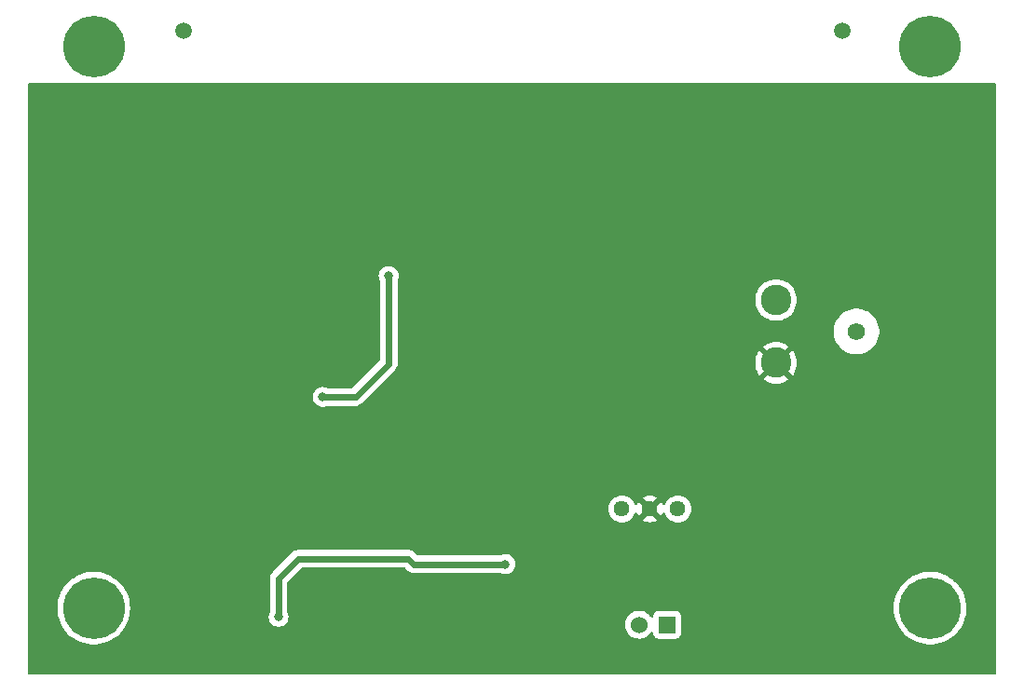
<source format=gbr>
%TF.GenerationSoftware,KiCad,Pcbnew,8.0.2*%
%TF.CreationDate,2024-06-17T10:46:11+02:00*%
%TF.ProjectId,Indicator_voltage,496e6469-6361-4746-9f72-5f766f6c7461,rev?*%
%TF.SameCoordinates,Original*%
%TF.FileFunction,Copper,L2,Bot*%
%TF.FilePolarity,Positive*%
%FSLAX46Y46*%
G04 Gerber Fmt 4.6, Leading zero omitted, Abs format (unit mm)*
G04 Created by KiCad (PCBNEW 8.0.2) date 2024-06-17 10:46:11*
%MOMM*%
%LPD*%
G01*
G04 APERTURE LIST*
%TA.AperFunction,ComponentPad*%
%ADD10C,5.600000*%
%TD*%
%TA.AperFunction,ComponentPad*%
%ADD11C,2.775000*%
%TD*%
%TA.AperFunction,ComponentPad*%
%ADD12C,1.575000*%
%TD*%
%TA.AperFunction,ComponentPad*%
%ADD13R,1.530000X1.530000*%
%TD*%
%TA.AperFunction,ComponentPad*%
%ADD14C,1.530000*%
%TD*%
%TA.AperFunction,ComponentPad*%
%ADD15C,1.440000*%
%TD*%
%TA.AperFunction,ComponentPad*%
%ADD16C,1.515000*%
%TD*%
%TA.AperFunction,ViaPad*%
%ADD17C,0.800000*%
%TD*%
%TA.AperFunction,Conductor*%
%ADD18C,0.600000*%
%TD*%
G04 APERTURE END LIST*
D10*
%TO.P,,1*%
%TO.N,N/C*%
X118000000Y-103000000D03*
%TD*%
D11*
%TO.P,J1,1,1*%
%TO.N,Net-(F1-Pad1)*%
X104000000Y-75000000D03*
%TO.P,J1,2,2*%
%TO.N,0*%
X104000000Y-80700000D03*
D12*
%TO.P,J1,MH1*%
%TO.N,N/C*%
X111300000Y-77850000D03*
%TD*%
D13*
%TO.P,J7,1,1*%
%TO.N,+12V*%
X94100000Y-104500000D03*
D14*
%TO.P,J7,2,2*%
%TO.N,LED-*%
X91560000Y-104500000D03*
%TD*%
D15*
%TO.P,U1,1,+VIN*%
%TO.N,+12V*%
X95078500Y-93976000D03*
%TO.P,U1,2,GND*%
%TO.N,0*%
X92538500Y-93976000D03*
%TO.P,U1,3,+VOUT*%
%TO.N,+5V*%
X89998500Y-93976000D03*
%TD*%
D10*
%TO.P,,1*%
%TO.N,N/C*%
X42000000Y-52000000D03*
%TD*%
%TO.P,,1*%
%TO.N,N/C*%
X42000000Y-103000000D03*
%TD*%
D16*
%TO.P,F1,1,1*%
%TO.N,Net-(F1-Pad1)*%
X110000000Y-50500000D03*
%TO.P,F1,2,2*%
%TO.N,HV+*%
X50160000Y-50500000D03*
%TD*%
D10*
%TO.P,,1*%
%TO.N,N/C*%
X118000000Y-52000000D03*
%TD*%
D17*
%TO.N,Net-(IC1-EN{slash}UVLO)*%
X68800000Y-72800000D03*
X62800000Y-83800000D03*
%TO.N,+5V*%
X79400000Y-99000000D03*
X58800000Y-103800000D03*
%TD*%
D18*
%TO.N,Net-(IC1-EN{slash}UVLO)*%
X68800000Y-80800000D02*
X65800000Y-83800000D01*
X65800000Y-83800000D02*
X62800000Y-83800000D01*
X68800000Y-72800000D02*
X68800000Y-80800000D01*
%TO.N,+5V*%
X58800000Y-103800000D02*
X58800000Y-100300000D01*
X60600000Y-98500000D02*
X70600000Y-98500000D01*
X58800000Y-100300000D02*
X60600000Y-98500000D01*
X70600000Y-98500000D02*
X71100000Y-99000000D01*
X71100000Y-99000000D02*
X79400000Y-99000000D01*
%TD*%
%TA.AperFunction,Conductor*%
%TO.N,0*%
G36*
X41817695Y-55300431D02*
G01*
X41817702Y-55300318D01*
X41821047Y-55300499D01*
X41821052Y-55300500D01*
X41821057Y-55300500D01*
X42178943Y-55300500D01*
X42178948Y-55300500D01*
X42178952Y-55300499D01*
X42182298Y-55300318D01*
X42182304Y-55300431D01*
X42190267Y-55300000D01*
X117809733Y-55300000D01*
X117817695Y-55300431D01*
X117817702Y-55300318D01*
X117821047Y-55300499D01*
X117821052Y-55300500D01*
X117821057Y-55300500D01*
X118178943Y-55300500D01*
X118178948Y-55300500D01*
X118178952Y-55300499D01*
X118182298Y-55300318D01*
X118182304Y-55300431D01*
X118190267Y-55300000D01*
X123876000Y-55300000D01*
X123943039Y-55319685D01*
X123988794Y-55372489D01*
X124000000Y-55424000D01*
X124000000Y-108876000D01*
X123980315Y-108943039D01*
X123927511Y-108988794D01*
X123876000Y-109000000D01*
X36124000Y-109000000D01*
X36056961Y-108980315D01*
X36011206Y-108927511D01*
X36000000Y-108876000D01*
X36000000Y-103000000D01*
X38694652Y-103000000D01*
X38710440Y-103291202D01*
X38714028Y-103357368D01*
X38714029Y-103357385D01*
X38771926Y-103710539D01*
X38771932Y-103710565D01*
X38867672Y-104055392D01*
X38867674Y-104055399D01*
X39000142Y-104387870D01*
X39000151Y-104387888D01*
X39167784Y-104704077D01*
X39167787Y-104704082D01*
X39167789Y-104704085D01*
X39178980Y-104720591D01*
X39368634Y-105000309D01*
X39368641Y-105000319D01*
X39600331Y-105273085D01*
X39600332Y-105273086D01*
X39860163Y-105519211D01*
X40145081Y-105735800D01*
X40451747Y-105920315D01*
X40451749Y-105920316D01*
X40451751Y-105920317D01*
X40451755Y-105920319D01*
X40776552Y-106070585D01*
X40776565Y-106070591D01*
X41115726Y-106184868D01*
X41465254Y-106261805D01*
X41821052Y-106300500D01*
X41821058Y-106300500D01*
X42178942Y-106300500D01*
X42178948Y-106300500D01*
X42534746Y-106261805D01*
X42884274Y-106184868D01*
X43223435Y-106070591D01*
X43548253Y-105920315D01*
X43854919Y-105735800D01*
X44139837Y-105519211D01*
X44399668Y-105273086D01*
X44631365Y-105000311D01*
X44832211Y-104704085D01*
X44999853Y-104387880D01*
X45132324Y-104055403D01*
X45203236Y-103800000D01*
X57894540Y-103800000D01*
X57914326Y-103988256D01*
X57914327Y-103988259D01*
X57972818Y-104168277D01*
X57972821Y-104168284D01*
X58067467Y-104332216D01*
X58194129Y-104472888D01*
X58347265Y-104584148D01*
X58347270Y-104584151D01*
X58520192Y-104661142D01*
X58520197Y-104661144D01*
X58705354Y-104700500D01*
X58705355Y-104700500D01*
X58894644Y-104700500D01*
X58894646Y-104700500D01*
X59079803Y-104661144D01*
X59252730Y-104584151D01*
X59368557Y-104499998D01*
X90289666Y-104499998D01*
X90289666Y-104500001D01*
X90308964Y-104720585D01*
X90308965Y-104720592D01*
X90366275Y-104934475D01*
X90366279Y-104934486D01*
X90459856Y-105135163D01*
X90459858Y-105135167D01*
X90586868Y-105316555D01*
X90743445Y-105473132D01*
X90924833Y-105600142D01*
X91045572Y-105656443D01*
X91125513Y-105693720D01*
X91125515Y-105693720D01*
X91125520Y-105693723D01*
X91339409Y-105751035D01*
X91496974Y-105764820D01*
X91559998Y-105770334D01*
X91560000Y-105770334D01*
X91560002Y-105770334D01*
X91615276Y-105765498D01*
X91780591Y-105751035D01*
X91994480Y-105693723D01*
X92195167Y-105600142D01*
X92376555Y-105473132D01*
X92533132Y-105316555D01*
X92608928Y-105208307D01*
X92663501Y-105164685D01*
X92733000Y-105157491D01*
X92795355Y-105189013D01*
X92830769Y-105249243D01*
X92834500Y-105279430D01*
X92834500Y-105312868D01*
X92834501Y-105312876D01*
X92840908Y-105372483D01*
X92891202Y-105507328D01*
X92891206Y-105507335D01*
X92977452Y-105622544D01*
X92977455Y-105622547D01*
X93092664Y-105708793D01*
X93092671Y-105708797D01*
X93227517Y-105759091D01*
X93227516Y-105759091D01*
X93234444Y-105759835D01*
X93287127Y-105765500D01*
X94912872Y-105765499D01*
X94972483Y-105759091D01*
X95107331Y-105708796D01*
X95222546Y-105622546D01*
X95308796Y-105507331D01*
X95359091Y-105372483D01*
X95365500Y-105312873D01*
X95365499Y-103687128D01*
X95359091Y-103627517D01*
X95321551Y-103526868D01*
X95308797Y-103492671D01*
X95308793Y-103492664D01*
X95222547Y-103377455D01*
X95222544Y-103377452D01*
X95107335Y-103291206D01*
X95107328Y-103291202D01*
X94972482Y-103240908D01*
X94972483Y-103240908D01*
X94912883Y-103234501D01*
X94912881Y-103234500D01*
X94912873Y-103234500D01*
X94912864Y-103234500D01*
X93287129Y-103234500D01*
X93287123Y-103234501D01*
X93227516Y-103240908D01*
X93092671Y-103291202D01*
X93092664Y-103291206D01*
X92977455Y-103377452D01*
X92977452Y-103377455D01*
X92891206Y-103492664D01*
X92891202Y-103492671D01*
X92840908Y-103627517D01*
X92834896Y-103683441D01*
X92834501Y-103687123D01*
X92834500Y-103687135D01*
X92834500Y-103720564D01*
X92814815Y-103787603D01*
X92762011Y-103833358D01*
X92692853Y-103843302D01*
X92629297Y-103814277D01*
X92608926Y-103791688D01*
X92533137Y-103683452D01*
X92533136Y-103683451D01*
X92533132Y-103683445D01*
X92376555Y-103526868D01*
X92195167Y-103399858D01*
X92164389Y-103385506D01*
X91994486Y-103306279D01*
X91994475Y-103306275D01*
X91780592Y-103248965D01*
X91780585Y-103248964D01*
X91560002Y-103229666D01*
X91559998Y-103229666D01*
X91339414Y-103248964D01*
X91339407Y-103248965D01*
X91125524Y-103306275D01*
X91125513Y-103306279D01*
X90924836Y-103399856D01*
X90924834Y-103399857D01*
X90743444Y-103526868D01*
X90586868Y-103683444D01*
X90459857Y-103864834D01*
X90459856Y-103864836D01*
X90366279Y-104065513D01*
X90366275Y-104065524D01*
X90308965Y-104279407D01*
X90308964Y-104279414D01*
X90289666Y-104499998D01*
X59368557Y-104499998D01*
X59405871Y-104472888D01*
X59532533Y-104332216D01*
X59627179Y-104168284D01*
X59685674Y-103988256D01*
X59705460Y-103800000D01*
X59685674Y-103611744D01*
X59627179Y-103431716D01*
X59627178Y-103431715D01*
X59627178Y-103431713D01*
X59617112Y-103414277D01*
X59600500Y-103352279D01*
X59600500Y-103000000D01*
X114694652Y-103000000D01*
X114710440Y-103291202D01*
X114714028Y-103357368D01*
X114714029Y-103357385D01*
X114771926Y-103710539D01*
X114771932Y-103710565D01*
X114867672Y-104055392D01*
X114867674Y-104055399D01*
X115000142Y-104387870D01*
X115000151Y-104387888D01*
X115167784Y-104704077D01*
X115167787Y-104704082D01*
X115167789Y-104704085D01*
X115178980Y-104720591D01*
X115368634Y-105000309D01*
X115368641Y-105000319D01*
X115600331Y-105273085D01*
X115600332Y-105273086D01*
X115860163Y-105519211D01*
X116145081Y-105735800D01*
X116451747Y-105920315D01*
X116451749Y-105920316D01*
X116451751Y-105920317D01*
X116451755Y-105920319D01*
X116776552Y-106070585D01*
X116776565Y-106070591D01*
X117115726Y-106184868D01*
X117465254Y-106261805D01*
X117821052Y-106300500D01*
X117821058Y-106300500D01*
X118178942Y-106300500D01*
X118178948Y-106300500D01*
X118534746Y-106261805D01*
X118884274Y-106184868D01*
X119223435Y-106070591D01*
X119548253Y-105920315D01*
X119854919Y-105735800D01*
X120139837Y-105519211D01*
X120399668Y-105273086D01*
X120631365Y-105000311D01*
X120832211Y-104704085D01*
X120999853Y-104387880D01*
X121132324Y-104055403D01*
X121228071Y-103710552D01*
X121245891Y-103601848D01*
X121285970Y-103357385D01*
X121285970Y-103357382D01*
X121285972Y-103357371D01*
X121305348Y-103000000D01*
X121285972Y-102642629D01*
X121228071Y-102289448D01*
X121132324Y-101944597D01*
X120999853Y-101612120D01*
X120832211Y-101295915D01*
X120631365Y-100999689D01*
X120631361Y-100999684D01*
X120631358Y-100999680D01*
X120399668Y-100726914D01*
X120282473Y-100615901D01*
X120139837Y-100480789D01*
X120139830Y-100480783D01*
X120139827Y-100480781D01*
X120072245Y-100429407D01*
X119854919Y-100264200D01*
X119548253Y-100079685D01*
X119548252Y-100079684D01*
X119548248Y-100079682D01*
X119548244Y-100079680D01*
X119223447Y-99929414D01*
X119223441Y-99929411D01*
X119223435Y-99929409D01*
X119053854Y-99872270D01*
X118884273Y-99815131D01*
X118534744Y-99738194D01*
X118178949Y-99699500D01*
X118178948Y-99699500D01*
X117821052Y-99699500D01*
X117821050Y-99699500D01*
X117465255Y-99738194D01*
X117115726Y-99815131D01*
X116862364Y-99900500D01*
X116776565Y-99929409D01*
X116776563Y-99929410D01*
X116776552Y-99929414D01*
X116451755Y-100079680D01*
X116451751Y-100079682D01*
X116223367Y-100217096D01*
X116145081Y-100264200D01*
X116056768Y-100331333D01*
X115860172Y-100480781D01*
X115860163Y-100480789D01*
X115600331Y-100726914D01*
X115368641Y-100999680D01*
X115368634Y-100999690D01*
X115167790Y-101295913D01*
X115167784Y-101295922D01*
X115000151Y-101612111D01*
X115000142Y-101612129D01*
X114867674Y-101944600D01*
X114867672Y-101944607D01*
X114771932Y-102289434D01*
X114771926Y-102289460D01*
X114714029Y-102642614D01*
X114714028Y-102642627D01*
X114714028Y-102642629D01*
X114694652Y-103000000D01*
X59600500Y-103000000D01*
X59600500Y-100682940D01*
X59620185Y-100615901D01*
X59636819Y-100595259D01*
X60895259Y-99336819D01*
X60956582Y-99303334D01*
X60982940Y-99300500D01*
X70217060Y-99300500D01*
X70284099Y-99320185D01*
X70304741Y-99336819D01*
X70589707Y-99621786D01*
X70589711Y-99621789D01*
X70720814Y-99709390D01*
X70720818Y-99709392D01*
X70720821Y-99709394D01*
X70866503Y-99769738D01*
X70966917Y-99789711D01*
X71021153Y-99800499D01*
X71021157Y-99800500D01*
X71021158Y-99800500D01*
X78957633Y-99800500D01*
X79008069Y-99811221D01*
X79120192Y-99861142D01*
X79120197Y-99861144D01*
X79305354Y-99900500D01*
X79305355Y-99900500D01*
X79494644Y-99900500D01*
X79494646Y-99900500D01*
X79679803Y-99861144D01*
X79852730Y-99784151D01*
X80005871Y-99672888D01*
X80132533Y-99532216D01*
X80227179Y-99368284D01*
X80285674Y-99188256D01*
X80305460Y-99000000D01*
X80285674Y-98811744D01*
X80227179Y-98631716D01*
X80132533Y-98467784D01*
X80005871Y-98327112D01*
X80005870Y-98327111D01*
X79852734Y-98215851D01*
X79852729Y-98215848D01*
X79679807Y-98138857D01*
X79679802Y-98138855D01*
X79534001Y-98107865D01*
X79494646Y-98099500D01*
X79305354Y-98099500D01*
X79272897Y-98106398D01*
X79120197Y-98138855D01*
X79120192Y-98138857D01*
X79008069Y-98188779D01*
X78957633Y-98199500D01*
X71482940Y-98199500D01*
X71415901Y-98179815D01*
X71395259Y-98163181D01*
X71110291Y-97878212D01*
X71110288Y-97878210D01*
X70979185Y-97790609D01*
X70979172Y-97790602D01*
X70833501Y-97730264D01*
X70833489Y-97730261D01*
X70678845Y-97699500D01*
X70678842Y-97699500D01*
X60678842Y-97699500D01*
X60521157Y-97699500D01*
X60521154Y-97699500D01*
X60366509Y-97730261D01*
X60366497Y-97730264D01*
X60323832Y-97747936D01*
X60323833Y-97747937D01*
X60220823Y-97790604D01*
X60220814Y-97790609D01*
X60089712Y-97878209D01*
X60089711Y-97878211D01*
X60089710Y-97878212D01*
X58289711Y-99678211D01*
X58258532Y-99709390D01*
X58178209Y-99789712D01*
X58090609Y-99920814D01*
X58090602Y-99920827D01*
X58030264Y-100066498D01*
X58030261Y-100066510D01*
X57999500Y-100221153D01*
X57999500Y-103352279D01*
X57982888Y-103414277D01*
X57972821Y-103431713D01*
X57914327Y-103611740D01*
X57914326Y-103611744D01*
X57894540Y-103800000D01*
X45203236Y-103800000D01*
X45228071Y-103710552D01*
X45245891Y-103601848D01*
X45285970Y-103357385D01*
X45285970Y-103357382D01*
X45285972Y-103357371D01*
X45305348Y-103000000D01*
X45285972Y-102642629D01*
X45228071Y-102289448D01*
X45132324Y-101944597D01*
X44999853Y-101612120D01*
X44832211Y-101295915D01*
X44631365Y-100999689D01*
X44631361Y-100999684D01*
X44631358Y-100999680D01*
X44399668Y-100726914D01*
X44282473Y-100615901D01*
X44139837Y-100480789D01*
X44139830Y-100480783D01*
X44139827Y-100480781D01*
X44072245Y-100429407D01*
X43854919Y-100264200D01*
X43548253Y-100079685D01*
X43548252Y-100079684D01*
X43548248Y-100079682D01*
X43548244Y-100079680D01*
X43223447Y-99929414D01*
X43223441Y-99929411D01*
X43223435Y-99929409D01*
X43053854Y-99872270D01*
X42884273Y-99815131D01*
X42534744Y-99738194D01*
X42178949Y-99699500D01*
X42178948Y-99699500D01*
X41821052Y-99699500D01*
X41821050Y-99699500D01*
X41465255Y-99738194D01*
X41115726Y-99815131D01*
X40862364Y-99900500D01*
X40776565Y-99929409D01*
X40776563Y-99929410D01*
X40776552Y-99929414D01*
X40451755Y-100079680D01*
X40451751Y-100079682D01*
X40223367Y-100217096D01*
X40145081Y-100264200D01*
X40056768Y-100331333D01*
X39860172Y-100480781D01*
X39860163Y-100480789D01*
X39600331Y-100726914D01*
X39368641Y-100999680D01*
X39368634Y-100999690D01*
X39167790Y-101295913D01*
X39167784Y-101295922D01*
X39000151Y-101612111D01*
X39000142Y-101612129D01*
X38867674Y-101944600D01*
X38867672Y-101944607D01*
X38771932Y-102289434D01*
X38771926Y-102289460D01*
X38714029Y-102642614D01*
X38714028Y-102642627D01*
X38714028Y-102642629D01*
X38694652Y-103000000D01*
X36000000Y-103000000D01*
X36000000Y-93975998D01*
X88773338Y-93975998D01*
X88773338Y-93976001D01*
X88791950Y-94188741D01*
X88791952Y-94188752D01*
X88847221Y-94395022D01*
X88847223Y-94395026D01*
X88847224Y-94395030D01*
X88870992Y-94446000D01*
X88937477Y-94588578D01*
X89059972Y-94763521D01*
X89210978Y-94914527D01*
X89210981Y-94914529D01*
X89385919Y-95037021D01*
X89385921Y-95037022D01*
X89385920Y-95037022D01*
X89450436Y-95067106D01*
X89579470Y-95127276D01*
X89785753Y-95182549D01*
X89937715Y-95195844D01*
X89998498Y-95201162D01*
X89998500Y-95201162D01*
X89998502Y-95201162D01*
X90051686Y-95196508D01*
X90211247Y-95182549D01*
X90417530Y-95127276D01*
X90611081Y-95037021D01*
X90786019Y-94914529D01*
X90937029Y-94763519D01*
X91059521Y-94588581D01*
X91149776Y-94395030D01*
X91149780Y-94395013D01*
X91151630Y-94389936D01*
X91153481Y-94390609D01*
X91185347Y-94338328D01*
X91248194Y-94307797D01*
X91317569Y-94316091D01*
X91371448Y-94360575D01*
X91384930Y-94390095D01*
X91385842Y-94389764D01*
X91387697Y-94394859D01*
X91477913Y-94588329D01*
X91516915Y-94644030D01*
X92080031Y-94080914D01*
X92100529Y-94157413D01*
X92162406Y-94264587D01*
X92249913Y-94352094D01*
X92357087Y-94413971D01*
X92433584Y-94434468D01*
X91870468Y-94997584D01*
X91926163Y-95036582D01*
X91926169Y-95036586D01*
X92119640Y-95126802D01*
X92119646Y-95126805D01*
X92325837Y-95182054D01*
X92325845Y-95182055D01*
X92538498Y-95200660D01*
X92538502Y-95200660D01*
X92751154Y-95182055D01*
X92751162Y-95182054D01*
X92957353Y-95126805D01*
X92957364Y-95126801D01*
X93150825Y-95036589D01*
X93206530Y-94997583D01*
X92643415Y-94434467D01*
X92719913Y-94413971D01*
X92827087Y-94352094D01*
X92914594Y-94264587D01*
X92976471Y-94157413D01*
X92996968Y-94080915D01*
X93560083Y-94644029D01*
X93599089Y-94588325D01*
X93689301Y-94394864D01*
X93691158Y-94389764D01*
X93693067Y-94390458D01*
X93724791Y-94338362D01*
X93787625Y-94307806D01*
X93857004Y-94316071D01*
X93910901Y-94360533D01*
X93924489Y-94390256D01*
X93925370Y-94389936D01*
X93927222Y-94395022D01*
X93927224Y-94395030D01*
X93950992Y-94446000D01*
X94017477Y-94588578D01*
X94139972Y-94763521D01*
X94290978Y-94914527D01*
X94290981Y-94914529D01*
X94465919Y-95037021D01*
X94465921Y-95037022D01*
X94465920Y-95037022D01*
X94530436Y-95067106D01*
X94659470Y-95127276D01*
X94865753Y-95182549D01*
X95017715Y-95195844D01*
X95078498Y-95201162D01*
X95078500Y-95201162D01*
X95078502Y-95201162D01*
X95131686Y-95196508D01*
X95291247Y-95182549D01*
X95497530Y-95127276D01*
X95691081Y-95037021D01*
X95866019Y-94914529D01*
X96017029Y-94763519D01*
X96139521Y-94588581D01*
X96229776Y-94395030D01*
X96285049Y-94188747D01*
X96303662Y-93976000D01*
X96285049Y-93763253D01*
X96231002Y-93561545D01*
X96229778Y-93556977D01*
X96229777Y-93556976D01*
X96229776Y-93556970D01*
X96139521Y-93363419D01*
X96017029Y-93188481D01*
X96017027Y-93188478D01*
X95866021Y-93037472D01*
X95691078Y-92914977D01*
X95691079Y-92914977D01*
X95562047Y-92854809D01*
X95497530Y-92824724D01*
X95497526Y-92824723D01*
X95497522Y-92824721D01*
X95291252Y-92769452D01*
X95291248Y-92769451D01*
X95291247Y-92769451D01*
X95291246Y-92769450D01*
X95291241Y-92769450D01*
X95078502Y-92750838D01*
X95078498Y-92750838D01*
X94865758Y-92769450D01*
X94865747Y-92769452D01*
X94659477Y-92824721D01*
X94659468Y-92824725D01*
X94465921Y-92914977D01*
X94290978Y-93037472D01*
X94139972Y-93188478D01*
X94017477Y-93363421D01*
X93927225Y-93556968D01*
X93925370Y-93562064D01*
X93923531Y-93561394D01*
X93891604Y-93613715D01*
X93828742Y-93644212D01*
X93759370Y-93635883D01*
X93705515Y-93591371D01*
X93692071Y-93561903D01*
X93691158Y-93562236D01*
X93689302Y-93557140D01*
X93599086Y-93363669D01*
X93599082Y-93363663D01*
X93560084Y-93307968D01*
X92996968Y-93871084D01*
X92976471Y-93794587D01*
X92914594Y-93687413D01*
X92827087Y-93599906D01*
X92719913Y-93538029D01*
X92643414Y-93517531D01*
X93206530Y-92954415D01*
X93150829Y-92915413D01*
X92957359Y-92825197D01*
X92957353Y-92825194D01*
X92751162Y-92769945D01*
X92751154Y-92769944D01*
X92538502Y-92751340D01*
X92538498Y-92751340D01*
X92325845Y-92769944D01*
X92325837Y-92769945D01*
X92119646Y-92825194D01*
X92119640Y-92825197D01*
X91926171Y-92915412D01*
X91926169Y-92915413D01*
X91870469Y-92954415D01*
X91870468Y-92954415D01*
X92433585Y-93517531D01*
X92357087Y-93538029D01*
X92249913Y-93599906D01*
X92162406Y-93687413D01*
X92100529Y-93794587D01*
X92080031Y-93871084D01*
X91516915Y-93307968D01*
X91516915Y-93307969D01*
X91477913Y-93363669D01*
X91477912Y-93363671D01*
X91387697Y-93557140D01*
X91385842Y-93562236D01*
X91383945Y-93561545D01*
X91352156Y-93613684D01*
X91289305Y-93644205D01*
X91219931Y-93635901D01*
X91166059Y-93591408D01*
X91152512Y-93561742D01*
X91151630Y-93562064D01*
X91149779Y-93556983D01*
X91149776Y-93556970D01*
X91059521Y-93363419D01*
X90937029Y-93188481D01*
X90937027Y-93188478D01*
X90786021Y-93037472D01*
X90611078Y-92914977D01*
X90611079Y-92914977D01*
X90482047Y-92854809D01*
X90417530Y-92824724D01*
X90417526Y-92824723D01*
X90417522Y-92824721D01*
X90211252Y-92769452D01*
X90211248Y-92769451D01*
X90211247Y-92769451D01*
X90211246Y-92769450D01*
X90211241Y-92769450D01*
X89998502Y-92750838D01*
X89998498Y-92750838D01*
X89785758Y-92769450D01*
X89785747Y-92769452D01*
X89579477Y-92824721D01*
X89579468Y-92824725D01*
X89385921Y-92914977D01*
X89210978Y-93037472D01*
X89059972Y-93188478D01*
X88937477Y-93363421D01*
X88847225Y-93556968D01*
X88847221Y-93556977D01*
X88791952Y-93763247D01*
X88791950Y-93763258D01*
X88773338Y-93975998D01*
X36000000Y-93975998D01*
X36000000Y-83800000D01*
X61894540Y-83800000D01*
X61914326Y-83988256D01*
X61914327Y-83988259D01*
X61972818Y-84168277D01*
X61972821Y-84168284D01*
X62067467Y-84332216D01*
X62148119Y-84421789D01*
X62194129Y-84472888D01*
X62347265Y-84584148D01*
X62347270Y-84584151D01*
X62520192Y-84661142D01*
X62520197Y-84661144D01*
X62705354Y-84700500D01*
X62705355Y-84700500D01*
X62894644Y-84700500D01*
X62894646Y-84700500D01*
X63079803Y-84661144D01*
X63191931Y-84611221D01*
X63242367Y-84600500D01*
X65878844Y-84600500D01*
X65878845Y-84600499D01*
X66033497Y-84569737D01*
X66179179Y-84509394D01*
X66310289Y-84421789D01*
X69421789Y-81310289D01*
X69509394Y-81179179D01*
X69569738Y-81033497D01*
X69600500Y-80878842D01*
X69600500Y-80721157D01*
X69600500Y-80699998D01*
X102107679Y-80699998D01*
X102107679Y-80700001D01*
X102126940Y-80969310D01*
X102184329Y-81233123D01*
X102278684Y-81486100D01*
X102278686Y-81486104D01*
X102408074Y-81723060D01*
X102408079Y-81723068D01*
X102500250Y-81846195D01*
X102500251Y-81846195D01*
X103191498Y-81154948D01*
X103281505Y-81289653D01*
X103410347Y-81418495D01*
X103545050Y-81508501D01*
X102853803Y-82199747D01*
X102853804Y-82199748D01*
X102976931Y-82291920D01*
X102976939Y-82291925D01*
X103213895Y-82421313D01*
X103213899Y-82421315D01*
X103466876Y-82515670D01*
X103730689Y-82573059D01*
X103999999Y-82592321D01*
X104000001Y-82592321D01*
X104269310Y-82573059D01*
X104533123Y-82515670D01*
X104786100Y-82421315D01*
X104786104Y-82421313D01*
X105023060Y-82291925D01*
X105023061Y-82291924D01*
X105146195Y-82199747D01*
X104454948Y-81508501D01*
X104589653Y-81418495D01*
X104718495Y-81289653D01*
X104808501Y-81154949D01*
X105499747Y-81846195D01*
X105591924Y-81723061D01*
X105591925Y-81723060D01*
X105721313Y-81486104D01*
X105721315Y-81486100D01*
X105815670Y-81233123D01*
X105873059Y-80969310D01*
X105892321Y-80700001D01*
X105892321Y-80699998D01*
X105873059Y-80430689D01*
X105815670Y-80166876D01*
X105721315Y-79913899D01*
X105721313Y-79913895D01*
X105591925Y-79676939D01*
X105591920Y-79676931D01*
X105499748Y-79553804D01*
X105499747Y-79553803D01*
X104808501Y-80245050D01*
X104718495Y-80110347D01*
X104589653Y-79981505D01*
X104454948Y-79891498D01*
X105146195Y-79200251D01*
X105146195Y-79200250D01*
X105023068Y-79108079D01*
X105023060Y-79108074D01*
X104786104Y-78978686D01*
X104786100Y-78978684D01*
X104533123Y-78884329D01*
X104269310Y-78826940D01*
X104000001Y-78807679D01*
X103999999Y-78807679D01*
X103730689Y-78826940D01*
X103466876Y-78884329D01*
X103213899Y-78978684D01*
X103213895Y-78978686D01*
X102976939Y-79108074D01*
X102976931Y-79108079D01*
X102853803Y-79200250D01*
X103545051Y-79891498D01*
X103410347Y-79981505D01*
X103281505Y-80110347D01*
X103191498Y-80245050D01*
X102500250Y-79553803D01*
X102408079Y-79676931D01*
X102408074Y-79676939D01*
X102278686Y-79913895D01*
X102278684Y-79913899D01*
X102184329Y-80166876D01*
X102126940Y-80430689D01*
X102107679Y-80699998D01*
X69600500Y-80699998D01*
X69600500Y-77713957D01*
X109224500Y-77713957D01*
X109224500Y-77986042D01*
X109252121Y-78195835D01*
X109260013Y-78255779D01*
X109295221Y-78387179D01*
X109330430Y-78518581D01*
X109434544Y-78769933D01*
X109434548Y-78769942D01*
X109467456Y-78826940D01*
X109570582Y-79005560D01*
X109570585Y-79005564D01*
X109570589Y-79005570D01*
X109736209Y-79221408D01*
X109736217Y-79221417D01*
X109928583Y-79413783D01*
X109928591Y-79413790D01*
X110144429Y-79579410D01*
X110144432Y-79579412D01*
X110144440Y-79579418D01*
X110380060Y-79715453D01*
X110547634Y-79784864D01*
X110631418Y-79819569D01*
X110631419Y-79819569D01*
X110631421Y-79819570D01*
X110894221Y-79889987D01*
X111163965Y-79925500D01*
X111163972Y-79925500D01*
X111436028Y-79925500D01*
X111436035Y-79925500D01*
X111705779Y-79889987D01*
X111968579Y-79819570D01*
X112219940Y-79715453D01*
X112455560Y-79579418D01*
X112671408Y-79413791D01*
X112671412Y-79413786D01*
X112671417Y-79413783D01*
X112863783Y-79221417D01*
X112863786Y-79221412D01*
X112863791Y-79221408D01*
X113029418Y-79005560D01*
X113165453Y-78769940D01*
X113269570Y-78518579D01*
X113339987Y-78255779D01*
X113375500Y-77986035D01*
X113375500Y-77713965D01*
X113339987Y-77444221D01*
X113269570Y-77181421D01*
X113165453Y-76930060D01*
X113029418Y-76694440D01*
X112863791Y-76478592D01*
X112863790Y-76478591D01*
X112863783Y-76478583D01*
X112671417Y-76286217D01*
X112671408Y-76286209D01*
X112455570Y-76120589D01*
X112455564Y-76120585D01*
X112455560Y-76120582D01*
X112287130Y-76023339D01*
X112219942Y-75984548D01*
X112219933Y-75984544D01*
X111968581Y-75880430D01*
X111837179Y-75845221D01*
X111705779Y-75810013D01*
X111645835Y-75802121D01*
X111436042Y-75774500D01*
X111436035Y-75774500D01*
X111163965Y-75774500D01*
X111163957Y-75774500D01*
X110924192Y-75806067D01*
X110894221Y-75810013D01*
X110828521Y-75827617D01*
X110631418Y-75880430D01*
X110380066Y-75984544D01*
X110380057Y-75984548D01*
X110144446Y-76120578D01*
X110144429Y-76120589D01*
X109928591Y-76286209D01*
X109736209Y-76478591D01*
X109570589Y-76694429D01*
X109570578Y-76694446D01*
X109434548Y-76930057D01*
X109434544Y-76930066D01*
X109330430Y-77181418D01*
X109260013Y-77444222D01*
X109224500Y-77713957D01*
X69600500Y-77713957D01*
X69600500Y-74999998D01*
X102107177Y-74999998D01*
X102107177Y-75000001D01*
X102126443Y-75269382D01*
X102183848Y-75533263D01*
X102183850Y-75533270D01*
X102242448Y-75690377D01*
X102278228Y-75786308D01*
X102278230Y-75786312D01*
X102407652Y-76023331D01*
X102407657Y-76023339D01*
X102569493Y-76239527D01*
X102569509Y-76239545D01*
X102760454Y-76430490D01*
X102760472Y-76430506D01*
X102976660Y-76592342D01*
X102976668Y-76592347D01*
X103213687Y-76721769D01*
X103213691Y-76721771D01*
X103213693Y-76721772D01*
X103466730Y-76816150D01*
X103598676Y-76844853D01*
X103730617Y-76873556D01*
X103730619Y-76873556D01*
X103730623Y-76873557D01*
X103970007Y-76890677D01*
X103999999Y-76892823D01*
X104000000Y-76892823D01*
X104000001Y-76892823D01*
X104026987Y-76890892D01*
X104269377Y-76873557D01*
X104533270Y-76816150D01*
X104786307Y-76721772D01*
X105023337Y-76592344D01*
X105239535Y-76430500D01*
X105430500Y-76239535D01*
X105592344Y-76023337D01*
X105721772Y-75786307D01*
X105816150Y-75533270D01*
X105873557Y-75269377D01*
X105892823Y-75000000D01*
X105873557Y-74730623D01*
X105816150Y-74466730D01*
X105721772Y-74213693D01*
X105592344Y-73976663D01*
X105592342Y-73976660D01*
X105430506Y-73760472D01*
X105430490Y-73760454D01*
X105239545Y-73569509D01*
X105239527Y-73569493D01*
X105023339Y-73407657D01*
X105023331Y-73407652D01*
X104786312Y-73278230D01*
X104786308Y-73278228D01*
X104690377Y-73242448D01*
X104533270Y-73183850D01*
X104533266Y-73183849D01*
X104533263Y-73183848D01*
X104269382Y-73126443D01*
X104000001Y-73107177D01*
X103999999Y-73107177D01*
X103730617Y-73126443D01*
X103466736Y-73183848D01*
X103466731Y-73183849D01*
X103466730Y-73183850D01*
X103405551Y-73206668D01*
X103213691Y-73278228D01*
X103213687Y-73278230D01*
X102976668Y-73407652D01*
X102976660Y-73407657D01*
X102760472Y-73569493D01*
X102760454Y-73569509D01*
X102569509Y-73760454D01*
X102569493Y-73760472D01*
X102407657Y-73976660D01*
X102407652Y-73976668D01*
X102278230Y-74213687D01*
X102278228Y-74213691D01*
X102183848Y-74466736D01*
X102126443Y-74730617D01*
X102107177Y-74999998D01*
X69600500Y-74999998D01*
X69600500Y-73247718D01*
X69617112Y-73185720D01*
X69627179Y-73168284D01*
X69685674Y-72988256D01*
X69705460Y-72800000D01*
X69685674Y-72611744D01*
X69627179Y-72431716D01*
X69532533Y-72267784D01*
X69405871Y-72127112D01*
X69405870Y-72127111D01*
X69252734Y-72015851D01*
X69252729Y-72015848D01*
X69079807Y-71938857D01*
X69079802Y-71938855D01*
X68934001Y-71907865D01*
X68894646Y-71899500D01*
X68705354Y-71899500D01*
X68672897Y-71906398D01*
X68520197Y-71938855D01*
X68520192Y-71938857D01*
X68347270Y-72015848D01*
X68347265Y-72015851D01*
X68194129Y-72127111D01*
X68067466Y-72267785D01*
X67972821Y-72431715D01*
X67972818Y-72431722D01*
X67914327Y-72611740D01*
X67914326Y-72611744D01*
X67894540Y-72800000D01*
X67914326Y-72988256D01*
X67914327Y-72988259D01*
X67972818Y-73168277D01*
X67972819Y-73168279D01*
X67972821Y-73168284D01*
X67982887Y-73185720D01*
X67999500Y-73247718D01*
X67999500Y-80417060D01*
X67979815Y-80484099D01*
X67963181Y-80504741D01*
X65504741Y-82963181D01*
X65443418Y-82996666D01*
X65417060Y-82999500D01*
X63242367Y-82999500D01*
X63191931Y-82988779D01*
X63079807Y-82938857D01*
X63079802Y-82938855D01*
X62934001Y-82907865D01*
X62894646Y-82899500D01*
X62705354Y-82899500D01*
X62672897Y-82906398D01*
X62520197Y-82938855D01*
X62520192Y-82938857D01*
X62347270Y-83015848D01*
X62347265Y-83015851D01*
X62194129Y-83127111D01*
X62067466Y-83267785D01*
X61972821Y-83431715D01*
X61972818Y-83431722D01*
X61914327Y-83611740D01*
X61914326Y-83611744D01*
X61894540Y-83800000D01*
X36000000Y-83800000D01*
X36000000Y-55424000D01*
X36019685Y-55356961D01*
X36072489Y-55311206D01*
X36124000Y-55300000D01*
X41809733Y-55300000D01*
X41817695Y-55300431D01*
G37*
%TD.AperFunction*%
%TD*%
M02*

</source>
